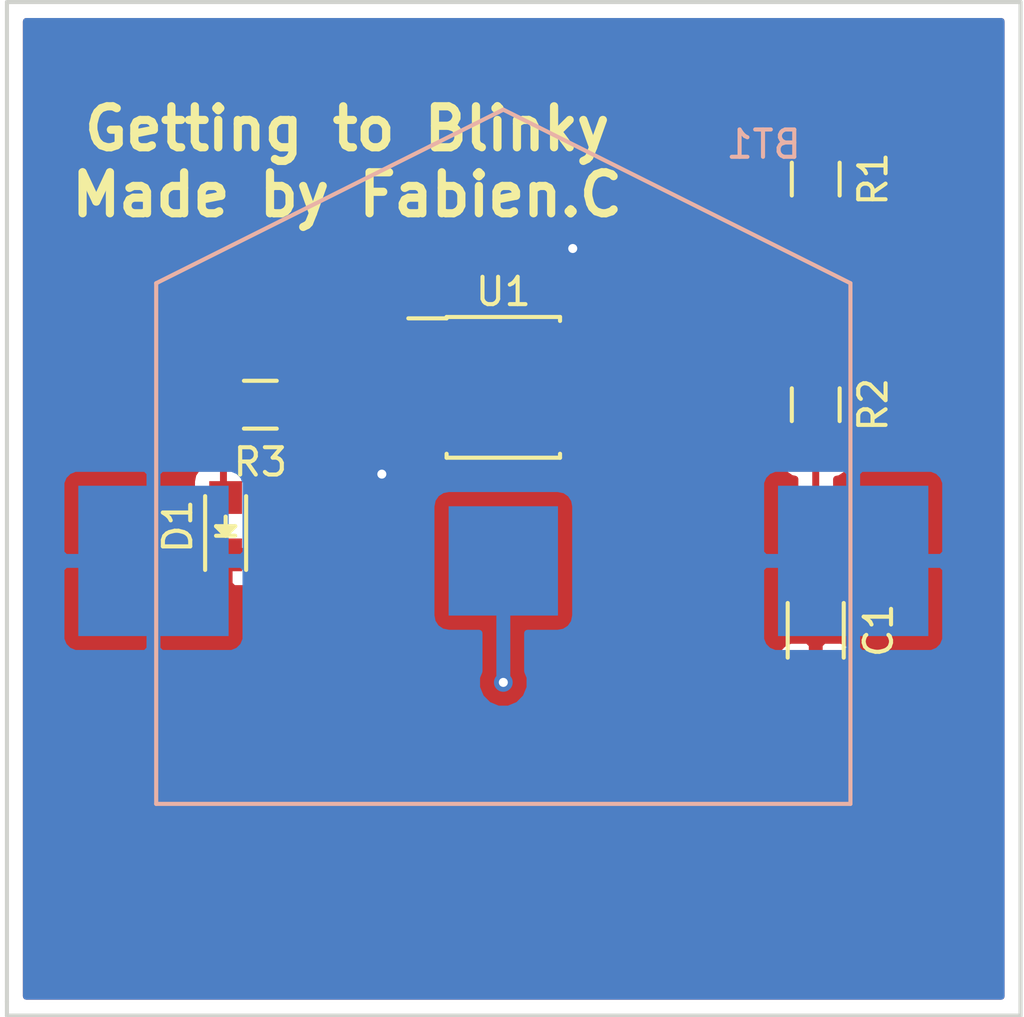
<source format=kicad_pcb>
(kicad_pcb (version 4) (host pcbnew 4.0.3-stable)

  (general
    (links 15)
    (no_connects 0)
    (area 125.73 84.252999 163.195001 121.487001)
    (thickness 1.6)
    (drawings 6)
    (tracks 26)
    (zones 0)
    (modules 7)
    (nets 7)
  )

  (page A4)
  (layers
    (0 F.Cu signal)
    (31 B.Cu signal)
    (32 B.Adhes user)
    (33 F.Adhes user)
    (34 B.Paste user)
    (35 F.Paste user)
    (36 B.SilkS user)
    (37 F.SilkS user)
    (38 B.Mask user)
    (39 F.Mask user)
    (40 Dwgs.User user)
    (41 Cmts.User user)
    (42 Eco1.User user)
    (43 Eco2.User user)
    (44 Edge.Cuts user)
    (45 Margin user)
    (46 B.CrtYd user)
    (47 F.CrtYd user)
    (48 B.Fab user)
    (49 F.Fab user)
  )

  (setup
    (last_trace_width 0.254)
    (trace_clearance 0.254)
    (zone_clearance 0.508)
    (zone_45_only no)
    (trace_min 0.1524)
    (segment_width 0.2)
    (edge_width 0.15)
    (via_size 0.6858)
    (via_drill 0.3302)
    (via_min_size 0.6858)
    (via_min_drill 0.3302)
    (uvia_size 0.3)
    (uvia_drill 0.1)
    (uvias_allowed no)
    (uvia_min_size 0.2)
    (uvia_min_drill 0.1)
    (pcb_text_width 0.3)
    (pcb_text_size 1.5 1.5)
    (mod_edge_width 0.15)
    (mod_text_size 1 1)
    (mod_text_width 0.15)
    (pad_size 1.524 1.524)
    (pad_drill 0.762)
    (pad_to_mask_clearance 0.2)
    (aux_axis_origin 0 0)
    (visible_elements FFFFFF7F)
    (pcbplotparams
      (layerselection 0x010f0_80000001)
      (usegerberextensions false)
      (excludeedgelayer true)
      (linewidth 0.100000)
      (plotframeref false)
      (viasonmask false)
      (mode 1)
      (useauxorigin false)
      (hpglpennumber 1)
      (hpglpenspeed 20)
      (hpglpendiameter 15)
      (hpglpenoverlay 2)
      (psnegative false)
      (psa4output false)
      (plotreference true)
      (plotvalue false)
      (plotinvisibletext false)
      (padsonsilk false)
      (subtractmaskfromsilk true)
      (outputformat 1)
      (mirror false)
      (drillshape 0)
      (scaleselection 1)
      (outputdirectory GERBERS/))
  )

  (net 0 "")
  (net 1 "Net-(C1-Pad1)")
  (net 2 GND)
  (net 3 "Net-(D1-Pad2)")
  (net 4 /VDD)
  (net 5 "Net-(R1-Pad2)")
  (net 6 "Net-(R3-Pad1)")

  (net_class Default "Ceci est la Netclass par défaut"
    (clearance 0.254)
    (trace_width 0.254)
    (via_dia 0.6858)
    (via_drill 0.3302)
    (uvia_dia 0.3)
    (uvia_drill 0.1)
    (add_net "Net-(C1-Pad1)")
    (add_net "Net-(D1-Pad2)")
    (add_net "Net-(R1-Pad2)")
    (add_net "Net-(R3-Pad1)")
  )

  (net_class Power ""
    (clearance 0.508)
    (trace_width 0.508)
    (via_dia 0.6858)
    (via_drill 0.3302)
    (uvia_dia 0.3)
    (uvia_drill 0.1)
    (add_net /VDD)
    (add_net GND)
  )

  (module Capacitors_SMD:C_1206_HandSoldering (layer F.Cu) (tedit 541A9C03) (tstamp 57B84E15)
    (at 155.575 107.315 270)
    (descr "Capacitor SMD 1206, hand soldering")
    (tags "capacitor 1206")
    (path /57B84AB3)
    (attr smd)
    (fp_text reference C1 (at 0 -2.3 270) (layer F.SilkS)
      (effects (font (size 1 1) (thickness 0.15)))
    )
    (fp_text value 1u (at 0 2.3 270) (layer F.Fab)
      (effects (font (size 1 1) (thickness 0.15)))
    )
    (fp_line (start -3.3 -1.15) (end 3.3 -1.15) (layer F.CrtYd) (width 0.05))
    (fp_line (start -3.3 1.15) (end 3.3 1.15) (layer F.CrtYd) (width 0.05))
    (fp_line (start -3.3 -1.15) (end -3.3 1.15) (layer F.CrtYd) (width 0.05))
    (fp_line (start 3.3 -1.15) (end 3.3 1.15) (layer F.CrtYd) (width 0.05))
    (fp_line (start 1 -1.025) (end -1 -1.025) (layer F.SilkS) (width 0.15))
    (fp_line (start -1 1.025) (end 1 1.025) (layer F.SilkS) (width 0.15))
    (pad 1 smd rect (at -2 0 270) (size 2 1.6) (layers F.Cu F.Paste F.Mask)
      (net 1 "Net-(C1-Pad1)"))
    (pad 2 smd rect (at 2 0 270) (size 2 1.6) (layers F.Cu F.Paste F.Mask)
      (net 2 GND))
    (model Capacitors_SMD.3dshapes/C_1206_HandSoldering.wrl
      (at (xyz 0 0 0))
      (scale (xyz 1 1 1))
      (rotate (xyz 0 0 0))
    )
  )

  (module LEDs:LED_0805 (layer F.Cu) (tedit 55BDE1C2) (tstamp 57B84E1B)
    (at 133.985 103.505 90)
    (descr "LED 0805 smd package")
    (tags "LED 0805 SMD")
    (path /57B84BB0)
    (attr smd)
    (fp_text reference D1 (at 0 -1.75 90) (layer F.SilkS)
      (effects (font (size 1 1) (thickness 0.15)))
    )
    (fp_text value LED (at 0 1.75 90) (layer F.Fab)
      (effects (font (size 1 1) (thickness 0.15)))
    )
    (fp_line (start -0.4 -0.3) (end -0.4 0.3) (layer F.Fab) (width 0.15))
    (fp_line (start -0.3 0) (end 0 -0.3) (layer F.Fab) (width 0.15))
    (fp_line (start 0 0.3) (end -0.3 0) (layer F.Fab) (width 0.15))
    (fp_line (start 0 -0.3) (end 0 0.3) (layer F.Fab) (width 0.15))
    (fp_line (start 1 -0.6) (end -1 -0.6) (layer F.Fab) (width 0.15))
    (fp_line (start 1 0.6) (end 1 -0.6) (layer F.Fab) (width 0.15))
    (fp_line (start -1 0.6) (end 1 0.6) (layer F.Fab) (width 0.15))
    (fp_line (start -1 -0.6) (end -1 0.6) (layer F.Fab) (width 0.15))
    (fp_line (start -1.6 0.75) (end 1.1 0.75) (layer F.SilkS) (width 0.15))
    (fp_line (start -1.6 -0.75) (end 1.1 -0.75) (layer F.SilkS) (width 0.15))
    (fp_line (start -0.1 0.15) (end -0.1 -0.1) (layer F.SilkS) (width 0.15))
    (fp_line (start -0.1 -0.1) (end -0.25 0.05) (layer F.SilkS) (width 0.15))
    (fp_line (start -0.35 -0.35) (end -0.35 0.35) (layer F.SilkS) (width 0.15))
    (fp_line (start 0 0) (end 0.35 0) (layer F.SilkS) (width 0.15))
    (fp_line (start -0.35 0) (end 0 -0.35) (layer F.SilkS) (width 0.15))
    (fp_line (start 0 -0.35) (end 0 0.35) (layer F.SilkS) (width 0.15))
    (fp_line (start 0 0.35) (end -0.35 0) (layer F.SilkS) (width 0.15))
    (fp_line (start 1.9 -0.95) (end 1.9 0.95) (layer F.CrtYd) (width 0.05))
    (fp_line (start 1.9 0.95) (end -1.9 0.95) (layer F.CrtYd) (width 0.05))
    (fp_line (start -1.9 0.95) (end -1.9 -0.95) (layer F.CrtYd) (width 0.05))
    (fp_line (start -1.9 -0.95) (end 1.9 -0.95) (layer F.CrtYd) (width 0.05))
    (pad 2 smd rect (at 1.04902 0 270) (size 1.19888 1.19888) (layers F.Cu F.Paste F.Mask)
      (net 3 "Net-(D1-Pad2)"))
    (pad 1 smd rect (at -1.04902 0 270) (size 1.19888 1.19888) (layers F.Cu F.Paste F.Mask)
      (net 2 GND))
    (model LEDs.3dshapes/LED_0805.wrl
      (at (xyz 0 0 0))
      (scale (xyz 1 1 1))
      (rotate (xyz 0 0 0))
    )
  )

  (module Resistors_SMD:R_0805_HandSoldering (layer F.Cu) (tedit 54189DEE) (tstamp 57B84E21)
    (at 155.575 90.805 270)
    (descr "Resistor SMD 0805, hand soldering")
    (tags "resistor 0805")
    (path /57B84981)
    (attr smd)
    (fp_text reference R1 (at 0 -2.1 270) (layer F.SilkS)
      (effects (font (size 1 1) (thickness 0.15)))
    )
    (fp_text value 1K (at 0 2.1 270) (layer F.Fab)
      (effects (font (size 1 1) (thickness 0.15)))
    )
    (fp_line (start -2.4 -1) (end 2.4 -1) (layer F.CrtYd) (width 0.05))
    (fp_line (start -2.4 1) (end 2.4 1) (layer F.CrtYd) (width 0.05))
    (fp_line (start -2.4 -1) (end -2.4 1) (layer F.CrtYd) (width 0.05))
    (fp_line (start 2.4 -1) (end 2.4 1) (layer F.CrtYd) (width 0.05))
    (fp_line (start 0.6 0.875) (end -0.6 0.875) (layer F.SilkS) (width 0.15))
    (fp_line (start -0.6 -0.875) (end 0.6 -0.875) (layer F.SilkS) (width 0.15))
    (pad 1 smd rect (at -1.35 0 270) (size 1.5 1.3) (layers F.Cu F.Paste F.Mask)
      (net 4 /VDD))
    (pad 2 smd rect (at 1.35 0 270) (size 1.5 1.3) (layers F.Cu F.Paste F.Mask)
      (net 5 "Net-(R1-Pad2)"))
    (model Resistors_SMD.3dshapes/R_0805_HandSoldering.wrl
      (at (xyz 0 0 0))
      (scale (xyz 1 1 1))
      (rotate (xyz 0 0 0))
    )
  )

  (module Resistors_SMD:R_0805_HandSoldering (layer F.Cu) (tedit 54189DEE) (tstamp 57B84E27)
    (at 155.575 99.06 270)
    (descr "Resistor SMD 0805, hand soldering")
    (tags "resistor 0805")
    (path /57B849F6)
    (attr smd)
    (fp_text reference R2 (at 0 -2.1 270) (layer F.SilkS)
      (effects (font (size 1 1) (thickness 0.15)))
    )
    (fp_text value 470K (at 0 2.1 270) (layer F.Fab)
      (effects (font (size 1 1) (thickness 0.15)))
    )
    (fp_line (start -2.4 -1) (end 2.4 -1) (layer F.CrtYd) (width 0.05))
    (fp_line (start -2.4 1) (end 2.4 1) (layer F.CrtYd) (width 0.05))
    (fp_line (start -2.4 -1) (end -2.4 1) (layer F.CrtYd) (width 0.05))
    (fp_line (start 2.4 -1) (end 2.4 1) (layer F.CrtYd) (width 0.05))
    (fp_line (start 0.6 0.875) (end -0.6 0.875) (layer F.SilkS) (width 0.15))
    (fp_line (start -0.6 -0.875) (end 0.6 -0.875) (layer F.SilkS) (width 0.15))
    (pad 1 smd rect (at -1.35 0 270) (size 1.5 1.3) (layers F.Cu F.Paste F.Mask)
      (net 5 "Net-(R1-Pad2)"))
    (pad 2 smd rect (at 1.35 0 270) (size 1.5 1.3) (layers F.Cu F.Paste F.Mask)
      (net 1 "Net-(C1-Pad1)"))
    (model Resistors_SMD.3dshapes/R_0805_HandSoldering.wrl
      (at (xyz 0 0 0))
      (scale (xyz 1 1 1))
      (rotate (xyz 0 0 0))
    )
  )

  (module Resistors_SMD:R_0805_HandSoldering (layer F.Cu) (tedit 54189DEE) (tstamp 57B84E2D)
    (at 135.255 99.06 180)
    (descr "Resistor SMD 0805, hand soldering")
    (tags "resistor 0805")
    (path /57B84B2A)
    (attr smd)
    (fp_text reference R3 (at 0 -2.1 180) (layer F.SilkS)
      (effects (font (size 1 1) (thickness 0.15)))
    )
    (fp_text value 1K (at 0 2.1 180) (layer F.Fab)
      (effects (font (size 1 1) (thickness 0.15)))
    )
    (fp_line (start -2.4 -1) (end 2.4 -1) (layer F.CrtYd) (width 0.05))
    (fp_line (start -2.4 1) (end 2.4 1) (layer F.CrtYd) (width 0.05))
    (fp_line (start -2.4 -1) (end -2.4 1) (layer F.CrtYd) (width 0.05))
    (fp_line (start 2.4 -1) (end 2.4 1) (layer F.CrtYd) (width 0.05))
    (fp_line (start 0.6 0.875) (end -0.6 0.875) (layer F.SilkS) (width 0.15))
    (fp_line (start -0.6 -0.875) (end 0.6 -0.875) (layer F.SilkS) (width 0.15))
    (pad 1 smd rect (at -1.35 0 180) (size 1.5 1.3) (layers F.Cu F.Paste F.Mask)
      (net 6 "Net-(R3-Pad1)"))
    (pad 2 smd rect (at 1.35 0 180) (size 1.5 1.3) (layers F.Cu F.Paste F.Mask)
      (net 3 "Net-(D1-Pad2)"))
    (model Resistors_SMD.3dshapes/R_0805_HandSoldering.wrl
      (at (xyz 0 0 0))
      (scale (xyz 1 1 1))
      (rotate (xyz 0 0 0))
    )
  )

  (module Housings_SOIC:SOIC-8_3.9x4.9mm_Pitch1.27mm (layer F.Cu) (tedit 54130A77) (tstamp 57B84E39)
    (at 144.145 98.425)
    (descr "8-Lead Plastic Small Outline (SN) - Narrow, 3.90 mm Body [SOIC] (see Microchip Packaging Specification 00000049BS.pdf)")
    (tags "SOIC 1.27")
    (path /57B848C0)
    (attr smd)
    (fp_text reference U1 (at 0 -3.5) (layer F.SilkS)
      (effects (font (size 1 1) (thickness 0.15)))
    )
    (fp_text value 7555 (at 0 3.5) (layer F.Fab)
      (effects (font (size 1 1) (thickness 0.15)))
    )
    (fp_circle (center -1.5 -2) (end -1.75 -2) (layer F.Fab) (width 0.15))
    (fp_line (start -1.95 -2.45) (end -1.95 2.45) (layer F.Fab) (width 0.15))
    (fp_line (start 1.95 -2.45) (end -1.95 -2.45) (layer F.Fab) (width 0.15))
    (fp_line (start 1.95 2.45) (end 1.95 -2.45) (layer F.Fab) (width 0.15))
    (fp_line (start -1.95 2.45) (end 1.95 2.45) (layer F.Fab) (width 0.15))
    (fp_line (start -3.75 -2.75) (end -3.75 2.75) (layer F.CrtYd) (width 0.05))
    (fp_line (start 3.75 -2.75) (end 3.75 2.75) (layer F.CrtYd) (width 0.05))
    (fp_line (start -3.75 -2.75) (end 3.75 -2.75) (layer F.CrtYd) (width 0.05))
    (fp_line (start -3.75 2.75) (end 3.75 2.75) (layer F.CrtYd) (width 0.05))
    (fp_line (start -2.075 -2.575) (end -2.075 -2.525) (layer F.SilkS) (width 0.15))
    (fp_line (start 2.075 -2.575) (end 2.075 -2.43) (layer F.SilkS) (width 0.15))
    (fp_line (start 2.075 2.575) (end 2.075 2.43) (layer F.SilkS) (width 0.15))
    (fp_line (start -2.075 2.575) (end -2.075 2.43) (layer F.SilkS) (width 0.15))
    (fp_line (start -2.075 -2.575) (end 2.075 -2.575) (layer F.SilkS) (width 0.15))
    (fp_line (start -2.075 2.575) (end 2.075 2.575) (layer F.SilkS) (width 0.15))
    (fp_line (start -2.075 -2.525) (end -3.475 -2.525) (layer F.SilkS) (width 0.15))
    (pad 1 smd rect (at -2.7 -1.905) (size 1.55 0.6) (layers F.Cu F.Paste F.Mask)
      (net 2 GND))
    (pad 2 smd rect (at -2.7 -0.635) (size 1.55 0.6) (layers F.Cu F.Paste F.Mask)
      (net 1 "Net-(C1-Pad1)"))
    (pad 3 smd rect (at -2.7 0.635) (size 1.55 0.6) (layers F.Cu F.Paste F.Mask)
      (net 6 "Net-(R3-Pad1)"))
    (pad 4 smd rect (at -2.7 1.905) (size 1.55 0.6) (layers F.Cu F.Paste F.Mask)
      (net 4 /VDD))
    (pad 5 smd rect (at 2.7 1.905) (size 1.55 0.6) (layers F.Cu F.Paste F.Mask)
      (net 2 GND))
    (pad 6 smd rect (at 2.7 0.635) (size 1.55 0.6) (layers F.Cu F.Paste F.Mask)
      (net 1 "Net-(C1-Pad1)"))
    (pad 7 smd rect (at 2.7 -0.635) (size 1.55 0.6) (layers F.Cu F.Paste F.Mask)
      (net 5 "Net-(R1-Pad2)"))
    (pad 8 smd rect (at 2.7 -1.905) (size 1.55 0.6) (layers F.Cu F.Paste F.Mask)
      (net 4 /VDD))
    (model Housings_SOIC.3dshapes/SOIC-8_3.9x4.9mm_Pitch1.27mm.wrl
      (at (xyz 0 0 0))
      (scale (xyz 1 1 1))
      (rotate (xyz 0 0 0))
    )
  )

  (module GTB:BatteryHolder (layer B.Cu) (tedit 57B8532F) (tstamp 57B85222)
    (at 144.145 104.775)
    (path /57B859A6)
    (fp_text reference BT1 (at 9.525 -15.24) (layer B.SilkS)
      (effects (font (size 1 1) (thickness 0.15)) (justify mirror))
    )
    (fp_text value Battery (at 0 6.35) (layer B.Fab)
      (effects (font (size 1 1) (thickness 0.15)) (justify mirror))
    )
    (fp_line (start 12.7 8.89) (end 12.7 -10.16) (layer B.SilkS) (width 0.15))
    (fp_line (start 12.7 -10.16) (end 0 -16.51) (layer B.SilkS) (width 0.15))
    (fp_line (start 0 -16.51) (end -12.7 -10.16) (layer B.SilkS) (width 0.15))
    (fp_line (start -12.7 -10.16) (end -12.7 8.89) (layer B.SilkS) (width 0.15))
    (fp_line (start -12.7 8.89) (end 12.7 8.89) (layer B.SilkS) (width 0.15))
    (pad 2 smd rect (at 0 0) (size 4 4) (layers B.Cu B.Paste B.Mask)
      (net 2 GND))
    (pad 1 smd rect (at -12.8 0) (size 5.5 5.5) (layers B.Cu B.Paste B.Mask)
      (net 4 /VDD))
    (pad 1 smd rect (at 12.8 0) (size 5.5 5.5) (layers B.Cu B.Paste B.Mask)
      (net 4 /VDD))
  )

  (gr_text "Getting to Blinky\nMade by Fabien.C" (at 138.43 90.17) (layer F.SilkS)
    (effects (font (size 1.5 1.5) (thickness 0.3)))
  )
  (gr_line (start 125.984 121.412) (end 125.984 120.904) (angle 90) (layer Edge.Cuts) (width 0.15))
  (gr_line (start 163.068 121.412) (end 125.984 121.412) (angle 90) (layer Edge.Cuts) (width 0.15))
  (gr_line (start 163.068 84.328) (end 163.068 121.412) (angle 90) (layer Edge.Cuts) (width 0.15))
  (gr_line (start 125.984 84.328) (end 163.068 84.328) (angle 90) (layer Edge.Cuts) (width 0.15))
  (gr_line (start 125.984 120.904) (end 125.984 84.328) (angle 90) (layer Edge.Cuts) (width 0.15))

  (segment (start 146.845 99.06) (end 151.13 99.06) (width 0.254) (layer F.Cu) (net 1))
  (segment (start 152.48 100.41) (end 155.575 100.41) (width 0.254) (layer F.Cu) (net 1) (tstamp 57B85632))
  (segment (start 151.13 99.06) (end 152.48 100.41) (width 0.254) (layer F.Cu) (net 1) (tstamp 57B85630))
  (segment (start 141.445 97.79) (end 143.51 97.79) (width 0.254) (layer F.Cu) (net 1))
  (segment (start 144.78 99.06) (end 146.845 99.06) (width 0.254) (layer F.Cu) (net 1) (tstamp 57B8562C))
  (segment (start 143.51 97.79) (end 144.78 99.06) (width 0.254) (layer F.Cu) (net 1) (tstamp 57B85629))
  (segment (start 155.575 99.775) (end 155.575 105.315) (width 0.254) (layer F.Cu) (net 1))
  (segment (start 144.145 104.775) (end 144.145 109.22) (width 0.508) (layer B.Cu) (net 2))
  (via (at 144.145 109.22) (size 0.6858) (drill 0.3302) (layers F.Cu B.Cu) (net 2))
  (segment (start 133.905 99.06) (end 133.905 102.37598) (width 0.254) (layer F.Cu) (net 3))
  (segment (start 133.905 102.37598) (end 133.985 102.45598) (width 0.254) (layer F.Cu) (net 3) (tstamp 57B854B0))
  (segment (start 141.445 100.33) (end 140.97 100.33) (width 0.508) (layer F.Cu) (net 4))
  (segment (start 140.97 100.33) (end 139.7 101.6) (width 0.508) (layer F.Cu) (net 4) (tstamp 57B855EA))
  (via (at 139.7 101.6) (size 0.6858) (drill 0.3302) (layers F.Cu B.Cu) (net 4))
  (segment (start 146.845 96.52) (end 146.845 93.505) (width 0.508) (layer F.Cu) (net 4))
  (via (at 146.685 93.345) (size 0.6858) (drill 0.3302) (layers F.Cu B.Cu) (net 4))
  (segment (start 146.845 93.505) (end 146.685 93.345) (width 0.508) (layer F.Cu) (net 4) (tstamp 57B855D7))
  (segment (start 146.845 96.52) (end 149.86 96.52) (width 0.508) (layer F.Cu) (net 4))
  (segment (start 153.115 89.455) (end 155.575 89.455) (width 0.508) (layer F.Cu) (net 4) (tstamp 57B85470))
  (segment (start 152.4 90.17) (end 153.115 89.455) (width 0.508) (layer F.Cu) (net 4) (tstamp 57B8546E))
  (segment (start 152.4 93.98) (end 152.4 90.17) (width 0.508) (layer F.Cu) (net 4) (tstamp 57B85462))
  (segment (start 149.86 96.52) (end 152.4 93.98) (width 0.508) (layer F.Cu) (net 4) (tstamp 57B8545C))
  (segment (start 146.845 97.79) (end 155.495 97.79) (width 0.254) (layer F.Cu) (net 5))
  (segment (start 155.495 97.79) (end 155.575 97.71) (width 0.254) (layer F.Cu) (net 5) (tstamp 57B85498))
  (segment (start 155.575 92.155) (end 155.575 97.075) (width 0.254) (layer F.Cu) (net 5))
  (segment (start 141.445 99.06) (end 136.605 99.06) (width 0.254) (layer F.Cu) (net 6))

  (zone (net 2) (net_name GND) (layer F.Cu) (tstamp 57B854E1) (hatch edge 0.508)
    (connect_pads (clearance 0.508))
    (min_thickness 0.254)
    (fill yes (arc_segments 16) (thermal_gap 0.508) (thermal_bridge_width 0.508))
    (polygon
      (pts
        (xy 163.195 121.285) (xy 125.73 121.285) (xy 125.73 84.455) (xy 163.195 84.455)
      )
    )
    (filled_polygon
      (pts
        (xy 162.358 120.702) (xy 126.694 120.702) (xy 126.694 109.60075) (xy 154.14 109.60075) (xy 154.14 110.441309)
        (xy 154.236673 110.674698) (xy 154.415301 110.853327) (xy 154.64869 110.95) (xy 155.28925 110.95) (xy 155.448 110.79125)
        (xy 155.448 109.442) (xy 155.702 109.442) (xy 155.702 110.79125) (xy 155.86075 110.95) (xy 156.50131 110.95)
        (xy 156.734699 110.853327) (xy 156.913327 110.674698) (xy 157.01 110.441309) (xy 157.01 109.60075) (xy 156.85125 109.442)
        (xy 155.702 109.442) (xy 155.448 109.442) (xy 154.29875 109.442) (xy 154.14 109.60075) (xy 126.694 109.60075)
        (xy 126.694 108.188691) (xy 154.14 108.188691) (xy 154.14 109.02925) (xy 154.29875 109.188) (xy 155.448 109.188)
        (xy 155.448 107.83875) (xy 155.702 107.83875) (xy 155.702 109.188) (xy 156.85125 109.188) (xy 157.01 109.02925)
        (xy 157.01 108.188691) (xy 156.913327 107.955302) (xy 156.734699 107.776673) (xy 156.50131 107.68) (xy 155.86075 107.68)
        (xy 155.702 107.83875) (xy 155.448 107.83875) (xy 155.28925 107.68) (xy 154.64869 107.68) (xy 154.415301 107.776673)
        (xy 154.236673 107.955302) (xy 154.14 108.188691) (xy 126.694 108.188691) (xy 126.694 104.83977) (xy 132.75056 104.83977)
        (xy 132.75056 105.279769) (xy 132.847233 105.513158) (xy 133.025861 105.691787) (xy 133.25925 105.78846) (xy 133.69925 105.78846)
        (xy 133.858 105.62971) (xy 133.858 104.68102) (xy 134.112 104.68102) (xy 134.112 105.62971) (xy 134.27075 105.78846)
        (xy 134.71075 105.78846) (xy 134.944139 105.691787) (xy 135.122767 105.513158) (xy 135.21944 105.279769) (xy 135.21944 104.83977)
        (xy 135.06069 104.68102) (xy 134.112 104.68102) (xy 133.858 104.68102) (xy 132.90931 104.68102) (xy 132.75056 104.83977)
        (xy 126.694 104.83977) (xy 126.694 98.41) (xy 132.50756 98.41) (xy 132.50756 99.71) (xy 132.551838 99.945317)
        (xy 132.69091 100.161441) (xy 132.90311 100.306431) (xy 133.143 100.35501) (xy 133.143 101.258039) (xy 132.934119 101.39245)
        (xy 132.789129 101.60465) (xy 132.73812 101.85654) (xy 132.73812 103.05542) (xy 132.782398 103.290737) (xy 132.92147 103.506861)
        (xy 132.929659 103.512456) (xy 132.847233 103.594882) (xy 132.75056 103.828271) (xy 132.75056 104.26827) (xy 132.90931 104.42702)
        (xy 133.858 104.42702) (xy 133.858 104.40702) (xy 134.112 104.40702) (xy 134.112 104.42702) (xy 135.06069 104.42702)
        (xy 135.21944 104.26827) (xy 135.21944 103.828271) (xy 135.122767 103.594882) (xy 135.040555 103.512669) (xy 135.180871 103.30731)
        (xy 135.23188 103.05542) (xy 135.23188 101.85654) (xy 135.187602 101.621223) (xy 135.04853 101.405099) (xy 134.83633 101.260109)
        (xy 134.667 101.225819) (xy 134.667 100.355182) (xy 134.890317 100.313162) (xy 135.106441 100.17409) (xy 135.251431 99.96189)
        (xy 135.254081 99.948803) (xy 135.39091 100.161441) (xy 135.60311 100.306431) (xy 135.855 100.35744) (xy 137.355 100.35744)
        (xy 137.590317 100.313162) (xy 137.806441 100.17409) (xy 137.951431 99.96189) (xy 137.979759 99.822) (xy 140.064681 99.822)
        (xy 140.025047 100.017717) (xy 139.360627 100.682137) (xy 139.146788 100.770493) (xy 138.87146 101.045341) (xy 138.72227 101.40463)
        (xy 138.721931 101.793663) (xy 138.870493 102.153212) (xy 139.145341 102.42854) (xy 139.50463 102.57773) (xy 139.893663 102.578069)
        (xy 140.253212 102.429507) (xy 140.52854 102.154659) (xy 140.617986 101.93925) (xy 141.279796 101.27744) (xy 142.22 101.27744)
        (xy 142.455317 101.233162) (xy 142.671441 101.09409) (xy 142.816431 100.88189) (xy 142.86744 100.63) (xy 142.86744 100.61575)
        (xy 145.435 100.61575) (xy 145.435 100.75631) (xy 145.531673 100.989699) (xy 145.710302 101.168327) (xy 145.943691 101.265)
        (xy 146.55925 101.265) (xy 146.718 101.10625) (xy 146.718 100.457) (xy 146.972 100.457) (xy 146.972 101.10625)
        (xy 147.13075 101.265) (xy 147.746309 101.265) (xy 147.979698 101.168327) (xy 148.158327 100.989699) (xy 148.255 100.75631)
        (xy 148.255 100.61575) (xy 148.09625 100.457) (xy 146.972 100.457) (xy 146.718 100.457) (xy 145.59375 100.457)
        (xy 145.435 100.61575) (xy 142.86744 100.61575) (xy 142.86744 100.03) (xy 142.823162 99.794683) (xy 142.759322 99.695472)
        (xy 142.816431 99.61189) (xy 142.86744 99.36) (xy 142.86744 98.76) (xy 142.828302 98.552) (xy 143.19437 98.552)
        (xy 144.241184 99.598815) (xy 144.488395 99.763996) (xy 144.78 99.822) (xy 145.468837 99.822) (xy 145.435 99.90369)
        (xy 145.435 100.04425) (xy 145.59375 100.203) (xy 146.718 100.203) (xy 146.718 100.183) (xy 146.972 100.183)
        (xy 146.972 100.203) (xy 148.09625 100.203) (xy 148.255 100.04425) (xy 148.255 99.90369) (xy 148.221163 99.822)
        (xy 150.81437 99.822) (xy 151.941184 100.948815) (xy 152.087811 101.046788) (xy 152.188395 101.113996) (xy 152.48 101.172)
        (xy 154.279818 101.172) (xy 154.321838 101.395317) (xy 154.46091 101.611441) (xy 154.67311 101.756431) (xy 154.813 101.784759)
        (xy 154.813 103.66756) (xy 154.775 103.66756) (xy 154.539683 103.711838) (xy 154.323559 103.85091) (xy 154.178569 104.06311)
        (xy 154.12756 104.315) (xy 154.12756 106.315) (xy 154.171838 106.550317) (xy 154.31091 106.766441) (xy 154.52311 106.911431)
        (xy 154.775 106.96244) (xy 156.375 106.96244) (xy 156.610317 106.918162) (xy 156.826441 106.77909) (xy 156.971431 106.56689)
        (xy 157.02244 106.315) (xy 157.02244 104.315) (xy 156.978162 104.079683) (xy 156.83909 103.863559) (xy 156.62689 103.718569)
        (xy 156.375 103.66756) (xy 156.337 103.66756) (xy 156.337 101.786366) (xy 156.460317 101.763162) (xy 156.676441 101.62409)
        (xy 156.821431 101.41189) (xy 156.87244 101.16) (xy 156.87244 99.66) (xy 156.828162 99.424683) (xy 156.68909 99.208559)
        (xy 156.47689 99.063569) (xy 156.463803 99.060919) (xy 156.676441 98.92409) (xy 156.821431 98.71189) (xy 156.87244 98.46)
        (xy 156.87244 96.96) (xy 156.828162 96.724683) (xy 156.68909 96.508559) (xy 156.47689 96.363569) (xy 156.337 96.335241)
        (xy 156.337 93.531366) (xy 156.460317 93.508162) (xy 156.676441 93.36909) (xy 156.821431 93.15689) (xy 156.87244 92.905)
        (xy 156.87244 91.405) (xy 156.828162 91.169683) (xy 156.68909 90.953559) (xy 156.47689 90.808569) (xy 156.463803 90.805919)
        (xy 156.676441 90.66909) (xy 156.821431 90.45689) (xy 156.87244 90.205) (xy 156.87244 88.705) (xy 156.828162 88.469683)
        (xy 156.68909 88.253559) (xy 156.47689 88.108569) (xy 156.225 88.05756) (xy 154.925 88.05756) (xy 154.689683 88.101838)
        (xy 154.473559 88.24091) (xy 154.328569 88.45311) (xy 154.305708 88.566) (xy 153.115 88.566) (xy 152.774794 88.633671)
        (xy 152.668043 88.705) (xy 152.486382 88.826382) (xy 151.771382 89.541382) (xy 151.578671 89.829794) (xy 151.511 90.17)
        (xy 151.511 93.611764) (xy 149.491764 95.631) (xy 147.882766 95.631) (xy 147.87189 95.623569) (xy 147.734 95.595646)
        (xy 147.734 93.505) (xy 147.666329 93.164794) (xy 147.663062 93.159904) (xy 147.663069 93.151337) (xy 147.514507 92.791788)
        (xy 147.239659 92.51646) (xy 146.88037 92.36727) (xy 146.491337 92.366931) (xy 146.131788 92.515493) (xy 145.85646 92.790341)
        (xy 145.70727 93.14963) (xy 145.706931 93.538663) (xy 145.855493 93.898212) (xy 145.956 93.998895) (xy 145.956 95.594011)
        (xy 145.834683 95.616838) (xy 145.618559 95.75591) (xy 145.473569 95.96811) (xy 145.42256 96.22) (xy 145.42256 96.82)
        (xy 145.466838 97.055317) (xy 145.530678 97.154528) (xy 145.473569 97.23811) (xy 145.42256 97.49) (xy 145.42256 98.09)
        (xy 145.461698 98.298) (xy 145.095631 98.298) (xy 144.048815 97.251185) (xy 143.941829 97.179699) (xy 143.801605 97.086004)
        (xy 143.51 97.028) (xy 142.821163 97.028) (xy 142.855 96.94631) (xy 142.855 96.80575) (xy 142.69625 96.647)
        (xy 141.572 96.647) (xy 141.572 96.667) (xy 141.318 96.667) (xy 141.318 96.647) (xy 140.19375 96.647)
        (xy 140.035 96.80575) (xy 140.035 96.94631) (xy 140.124806 97.163122) (xy 140.073569 97.23811) (xy 140.02256 97.49)
        (xy 140.02256 98.09) (xy 140.061698 98.298) (xy 137.981366 98.298) (xy 137.958162 98.174683) (xy 137.81909 97.958559)
        (xy 137.60689 97.813569) (xy 137.355 97.76256) (xy 135.855 97.76256) (xy 135.619683 97.806838) (xy 135.403559 97.94591)
        (xy 135.258569 98.15811) (xy 135.255919 98.171197) (xy 135.11909 97.958559) (xy 134.90689 97.813569) (xy 134.655 97.76256)
        (xy 133.155 97.76256) (xy 132.919683 97.806838) (xy 132.703559 97.94591) (xy 132.558569 98.15811) (xy 132.50756 98.41)
        (xy 126.694 98.41) (xy 126.694 96.09369) (xy 140.035 96.09369) (xy 140.035 96.23425) (xy 140.19375 96.393)
        (xy 141.318 96.393) (xy 141.318 95.74375) (xy 141.572 95.74375) (xy 141.572 96.393) (xy 142.69625 96.393)
        (xy 142.855 96.23425) (xy 142.855 96.09369) (xy 142.758327 95.860301) (xy 142.579698 95.681673) (xy 142.346309 95.585)
        (xy 141.73075 95.585) (xy 141.572 95.74375) (xy 141.318 95.74375) (xy 141.15925 95.585) (xy 140.543691 95.585)
        (xy 140.310302 95.681673) (xy 140.131673 95.860301) (xy 140.035 96.09369) (xy 126.694 96.09369) (xy 126.694 85.038)
        (xy 162.358 85.038)
      )
    )
  )
  (zone (net 4) (net_name /VDD) (layer B.Cu) (tstamp 57B85527) (hatch edge 0.508)
    (connect_pads (clearance 0.508))
    (min_thickness 0.254)
    (fill yes (arc_segments 16) (thermal_gap 0.508) (thermal_bridge_width 0.508))
    (polygon
      (pts
        (xy 163.195 121.285) (xy 125.73 121.285) (xy 125.73 84.455) (xy 163.195 84.455)
      )
    )
    (filled_polygon
      (pts
        (xy 162.358 120.702) (xy 126.694 120.702) (xy 126.694 105.06075) (xy 127.96 105.06075) (xy 127.96 107.65131)
        (xy 128.056673 107.884699) (xy 128.235302 108.063327) (xy 128.468691 108.16) (xy 131.05925 108.16) (xy 131.218 108.00125)
        (xy 131.218 104.902) (xy 131.472 104.902) (xy 131.472 108.00125) (xy 131.63075 108.16) (xy 134.221309 108.16)
        (xy 134.454698 108.063327) (xy 134.633327 107.884699) (xy 134.73 107.65131) (xy 134.73 105.06075) (xy 134.57125 104.902)
        (xy 131.472 104.902) (xy 131.218 104.902) (xy 128.11875 104.902) (xy 127.96 105.06075) (xy 126.694 105.06075)
        (xy 126.694 101.89869) (xy 127.96 101.89869) (xy 127.96 104.48925) (xy 128.11875 104.648) (xy 131.218 104.648)
        (xy 131.218 101.54875) (xy 131.472 101.54875) (xy 131.472 104.648) (xy 134.57125 104.648) (xy 134.73 104.48925)
        (xy 134.73 102.775) (xy 141.49756 102.775) (xy 141.49756 106.775) (xy 141.541838 107.010317) (xy 141.68091 107.226441)
        (xy 141.89311 107.371431) (xy 142.145 107.42244) (xy 143.256 107.42244) (xy 143.256 108.810945) (xy 143.16727 109.02463)
        (xy 143.166931 109.413663) (xy 143.315493 109.773212) (xy 143.590341 110.04854) (xy 143.94963 110.19773) (xy 144.338663 110.198069)
        (xy 144.698212 110.049507) (xy 144.97354 109.774659) (xy 145.12273 109.41537) (xy 145.123069 109.026337) (xy 145.034 108.810773)
        (xy 145.034 107.42244) (xy 146.145 107.42244) (xy 146.380317 107.378162) (xy 146.596441 107.23909) (xy 146.741431 107.02689)
        (xy 146.79244 106.775) (xy 146.79244 105.06075) (xy 153.56 105.06075) (xy 153.56 107.65131) (xy 153.656673 107.884699)
        (xy 153.835302 108.063327) (xy 154.068691 108.16) (xy 156.65925 108.16) (xy 156.818 108.00125) (xy 156.818 104.902)
        (xy 157.072 104.902) (xy 157.072 108.00125) (xy 157.23075 108.16) (xy 159.821309 108.16) (xy 160.054698 108.063327)
        (xy 160.233327 107.884699) (xy 160.33 107.65131) (xy 160.33 105.06075) (xy 160.17125 104.902) (xy 157.072 104.902)
        (xy 156.818 104.902) (xy 153.71875 104.902) (xy 153.56 105.06075) (xy 146.79244 105.06075) (xy 146.79244 102.775)
        (xy 146.748162 102.539683) (xy 146.60909 102.323559) (xy 146.39689 102.178569) (xy 146.145 102.12756) (xy 142.145 102.12756)
        (xy 141.909683 102.171838) (xy 141.693559 102.31091) (xy 141.548569 102.52311) (xy 141.49756 102.775) (xy 134.73 102.775)
        (xy 134.73 101.89869) (xy 153.56 101.89869) (xy 153.56 104.48925) (xy 153.71875 104.648) (xy 156.818 104.648)
        (xy 156.818 101.54875) (xy 157.072 101.54875) (xy 157.072 104.648) (xy 160.17125 104.648) (xy 160.33 104.48925)
        (xy 160.33 101.89869) (xy 160.233327 101.665301) (xy 160.054698 101.486673) (xy 159.821309 101.39) (xy 157.23075 101.39)
        (xy 157.072 101.54875) (xy 156.818 101.54875) (xy 156.65925 101.39) (xy 154.068691 101.39) (xy 153.835302 101.486673)
        (xy 153.656673 101.665301) (xy 153.56 101.89869) (xy 134.73 101.89869) (xy 134.633327 101.665301) (xy 134.454698 101.486673)
        (xy 134.221309 101.39) (xy 131.63075 101.39) (xy 131.472 101.54875) (xy 131.218 101.54875) (xy 131.05925 101.39)
        (xy 128.468691 101.39) (xy 128.235302 101.486673) (xy 128.056673 101.665301) (xy 127.96 101.89869) (xy 126.694 101.89869)
        (xy 126.694 85.038) (xy 162.358 85.038)
      )
    )
  )
)

</source>
